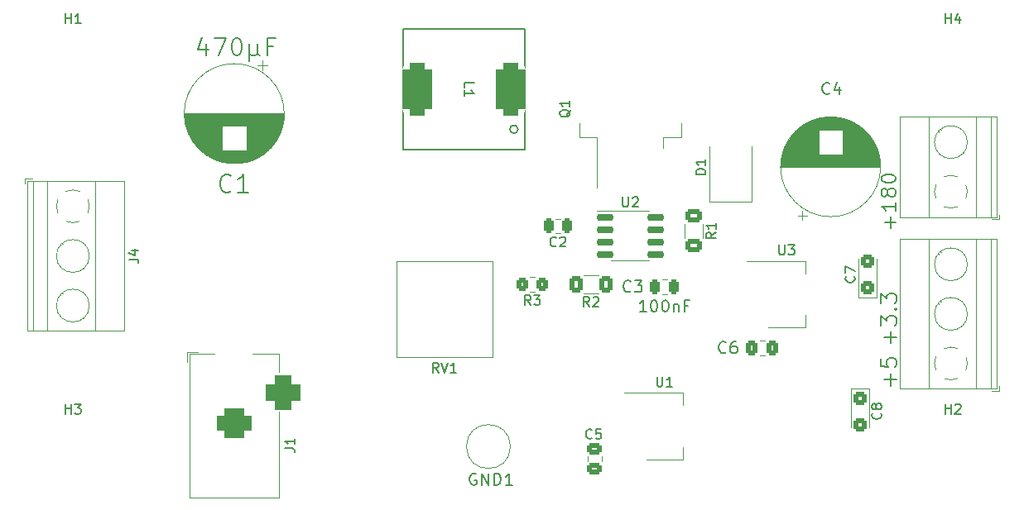
<source format=gto>
G04 #@! TF.GenerationSoftware,KiCad,Pcbnew,(6.0.10)*
G04 #@! TF.CreationDate,2023-01-08T15:34:45+00:00*
G04 #@! TF.ProjectId,NixiePowerAlternate,4e697869-6550-46f7-9765-72416c746572,rev?*
G04 #@! TF.SameCoordinates,Original*
G04 #@! TF.FileFunction,Legend,Top*
G04 #@! TF.FilePolarity,Positive*
%FSLAX46Y46*%
G04 Gerber Fmt 4.6, Leading zero omitted, Abs format (unit mm)*
G04 Created by KiCad (PCBNEW (6.0.10)) date 2023-01-08 15:34:45*
%MOMM*%
%LPD*%
G01*
G04 APERTURE LIST*
G04 Aperture macros list*
%AMRoundRect*
0 Rectangle with rounded corners*
0 $1 Rounding radius*
0 $2 $3 $4 $5 $6 $7 $8 $9 X,Y pos of 4 corners*
0 Add a 4 corners polygon primitive as box body*
4,1,4,$2,$3,$4,$5,$6,$7,$8,$9,$2,$3,0*
0 Add four circle primitives for the rounded corners*
1,1,$1+$1,$2,$3*
1,1,$1+$1,$4,$5*
1,1,$1+$1,$6,$7*
1,1,$1+$1,$8,$9*
0 Add four rect primitives between the rounded corners*
20,1,$1+$1,$2,$3,$4,$5,0*
20,1,$1+$1,$4,$5,$6,$7,0*
20,1,$1+$1,$6,$7,$8,$9,0*
20,1,$1+$1,$8,$9,$2,$3,0*%
G04 Aperture macros list end*
%ADD10C,0.180000*%
%ADD11C,0.150000*%
%ADD12C,0.200000*%
%ADD13C,0.120000*%
%ADD14C,3.200000*%
%ADD15R,1.100000X4.600000*%
%ADD16R,10.800000X9.400000*%
%ADD17RoundRect,0.250000X0.350000X0.450000X-0.350000X0.450000X-0.350000X-0.450000X0.350000X-0.450000X0*%
%ADD18RoundRect,0.250000X0.400000X0.625000X-0.400000X0.625000X-0.400000X-0.625000X0.400000X-0.625000X0*%
%ADD19RoundRect,0.250000X0.425000X-0.450000X0.425000X0.450000X-0.425000X0.450000X-0.425000X-0.450000X0*%
%ADD20R,2.300000X2.500000*%
%ADD21R,3.500000X3.500000*%
%ADD22RoundRect,0.750000X1.000000X-0.750000X1.000000X0.750000X-1.000000X0.750000X-1.000000X-0.750000X0*%
%ADD23RoundRect,0.875000X0.875000X-0.875000X0.875000X0.875000X-0.875000X0.875000X-0.875000X-0.875000X0*%
%ADD24C,1.440000*%
%ADD25RoundRect,0.250000X-0.475000X0.337500X-0.475000X-0.337500X0.475000X-0.337500X0.475000X0.337500X0*%
%ADD26RoundRect,0.250000X0.250000X0.475000X-0.250000X0.475000X-0.250000X-0.475000X0.250000X-0.475000X0*%
%ADD27C,4.000000*%
%ADD28R,2.000000X1.500000*%
%ADD29R,2.000000X3.800000*%
%ADD30RoundRect,0.150000X-0.725000X-0.150000X0.725000X-0.150000X0.725000X0.150000X-0.725000X0.150000X0*%
%ADD31RoundRect,0.250000X-0.625000X0.400000X-0.625000X-0.400000X0.625000X-0.400000X0.625000X0.400000X0*%
%ADD32RoundRect,0.250000X-0.425000X0.450000X-0.425000X-0.450000X0.425000X-0.450000X0.425000X0.450000X0*%
%ADD33R,2.600000X2.600000*%
%ADD34C,2.600000*%
%ADD35RoundRect,0.250000X-0.337500X-0.475000X0.337500X-0.475000X0.337500X0.475000X-0.337500X0.475000X0*%
%ADD36R,2.000000X2.000000*%
%ADD37C,2.000000*%
%ADD38RoundRect,0.250000X-0.250000X-0.475000X0.250000X-0.475000X0.250000X0.475000X-0.250000X0.475000X0*%
%ADD39RoundRect,0.750000X-0.750000X2.000000X-0.750000X-2.000000X0.750000X-2.000000X0.750000X2.000000X0*%
G04 APERTURE END LIST*
D10*
X188614285Y-134014285D02*
X188614285Y-132795238D01*
X189223809Y-133404761D02*
X188004761Y-133404761D01*
X187623809Y-132185714D02*
X187623809Y-131195238D01*
X188233333Y-131728571D01*
X188233333Y-131500000D01*
X188309523Y-131347619D01*
X188385714Y-131271428D01*
X188538095Y-131195238D01*
X188919047Y-131195238D01*
X189071428Y-131271428D01*
X189147619Y-131347619D01*
X189223809Y-131500000D01*
X189223809Y-131957142D01*
X189147619Y-132109523D01*
X189071428Y-132185714D01*
X189071428Y-130509523D02*
X189147619Y-130433333D01*
X189223809Y-130509523D01*
X189147619Y-130585714D01*
X189071428Y-130509523D01*
X189223809Y-130509523D01*
X187623809Y-129900000D02*
X187623809Y-128909523D01*
X188233333Y-129442857D01*
X188233333Y-129214285D01*
X188309523Y-129061904D01*
X188385714Y-128985714D01*
X188538095Y-128909523D01*
X188919047Y-128909523D01*
X189071428Y-128985714D01*
X189147619Y-129061904D01*
X189223809Y-129214285D01*
X189223809Y-129671428D01*
X189147619Y-129823809D01*
X189071428Y-129900000D01*
X188614285Y-138371428D02*
X188614285Y-137152380D01*
X189223809Y-137761904D02*
X188004761Y-137761904D01*
X187623809Y-135628571D02*
X187623809Y-136390476D01*
X188385714Y-136466666D01*
X188309523Y-136390476D01*
X188233333Y-136238095D01*
X188233333Y-135857142D01*
X188309523Y-135704761D01*
X188385714Y-135628571D01*
X188538095Y-135552380D01*
X188919047Y-135552380D01*
X189071428Y-135628571D01*
X189147619Y-135704761D01*
X189223809Y-135857142D01*
X189223809Y-136238095D01*
X189147619Y-136390476D01*
X189071428Y-136466666D01*
X188607142Y-122214285D02*
X188607142Y-121071428D01*
X189178571Y-121642857D02*
X188035714Y-121642857D01*
X189178571Y-119571428D02*
X189178571Y-120428571D01*
X189178571Y-120000000D02*
X187678571Y-120000000D01*
X187892857Y-120142857D01*
X188035714Y-120285714D01*
X188107142Y-120428571D01*
X188321428Y-118714285D02*
X188250000Y-118857142D01*
X188178571Y-118928571D01*
X188035714Y-119000000D01*
X187964285Y-119000000D01*
X187821428Y-118928571D01*
X187750000Y-118857142D01*
X187678571Y-118714285D01*
X187678571Y-118428571D01*
X187750000Y-118285714D01*
X187821428Y-118214285D01*
X187964285Y-118142857D01*
X188035714Y-118142857D01*
X188178571Y-118214285D01*
X188250000Y-118285714D01*
X188321428Y-118428571D01*
X188321428Y-118714285D01*
X188392857Y-118857142D01*
X188464285Y-118928571D01*
X188607142Y-119000000D01*
X188892857Y-119000000D01*
X189035714Y-118928571D01*
X189107142Y-118857142D01*
X189178571Y-118714285D01*
X189178571Y-118428571D01*
X189107142Y-118285714D01*
X189035714Y-118214285D01*
X188892857Y-118142857D01*
X188607142Y-118142857D01*
X188464285Y-118214285D01*
X188392857Y-118285714D01*
X188321428Y-118428571D01*
X187678571Y-117214285D02*
X187678571Y-117071428D01*
X187750000Y-116928571D01*
X187821428Y-116857142D01*
X187964285Y-116785714D01*
X188250000Y-116714285D01*
X188607142Y-116714285D01*
X188892857Y-116785714D01*
X189035714Y-116857142D01*
X189107142Y-116928571D01*
X189178571Y-117071428D01*
X189178571Y-117214285D01*
X189107142Y-117357142D01*
X189035714Y-117428571D01*
X188892857Y-117500000D01*
X188607142Y-117571428D01*
X188250000Y-117571428D01*
X187964285Y-117500000D01*
X187821428Y-117428571D01*
X187750000Y-117357142D01*
X187678571Y-117214285D01*
D11*
X194238095Y-101252380D02*
X194238095Y-100252380D01*
X194238095Y-100728571D02*
X194809523Y-100728571D01*
X194809523Y-101252380D02*
X194809523Y-100252380D01*
X195714285Y-100585714D02*
X195714285Y-101252380D01*
X195476190Y-100204761D02*
X195238095Y-100919047D01*
X195857142Y-100919047D01*
X155897619Y-110095238D02*
X155850000Y-110190476D01*
X155754761Y-110285714D01*
X155611904Y-110428571D01*
X155564285Y-110523809D01*
X155564285Y-110619047D01*
X155802380Y-110571428D02*
X155754761Y-110666666D01*
X155659523Y-110761904D01*
X155469047Y-110809523D01*
X155135714Y-110809523D01*
X154945238Y-110761904D01*
X154850000Y-110666666D01*
X154802380Y-110571428D01*
X154802380Y-110380952D01*
X154850000Y-110285714D01*
X154945238Y-110190476D01*
X155135714Y-110142857D01*
X155469047Y-110142857D01*
X155659523Y-110190476D01*
X155754761Y-110285714D01*
X155802380Y-110380952D01*
X155802380Y-110571428D01*
X155802380Y-109190476D02*
X155802380Y-109761904D01*
X155802380Y-109476190D02*
X154802380Y-109476190D01*
X154945238Y-109571428D01*
X155040476Y-109666666D01*
X155088095Y-109761904D01*
X151833333Y-130102380D02*
X151500000Y-129626190D01*
X151261904Y-130102380D02*
X151261904Y-129102380D01*
X151642857Y-129102380D01*
X151738095Y-129150000D01*
X151785714Y-129197619D01*
X151833333Y-129292857D01*
X151833333Y-129435714D01*
X151785714Y-129530952D01*
X151738095Y-129578571D01*
X151642857Y-129626190D01*
X151261904Y-129626190D01*
X152166666Y-129102380D02*
X152785714Y-129102380D01*
X152452380Y-129483333D01*
X152595238Y-129483333D01*
X152690476Y-129530952D01*
X152738095Y-129578571D01*
X152785714Y-129673809D01*
X152785714Y-129911904D01*
X152738095Y-130007142D01*
X152690476Y-130054761D01*
X152595238Y-130102380D01*
X152309523Y-130102380D01*
X152214285Y-130054761D01*
X152166666Y-130007142D01*
X157833333Y-130272380D02*
X157500000Y-129796190D01*
X157261904Y-130272380D02*
X157261904Y-129272380D01*
X157642857Y-129272380D01*
X157738095Y-129320000D01*
X157785714Y-129367619D01*
X157833333Y-129462857D01*
X157833333Y-129605714D01*
X157785714Y-129700952D01*
X157738095Y-129748571D01*
X157642857Y-129796190D01*
X157261904Y-129796190D01*
X158214285Y-129367619D02*
X158261904Y-129320000D01*
X158357142Y-129272380D01*
X158595238Y-129272380D01*
X158690476Y-129320000D01*
X158738095Y-129367619D01*
X158785714Y-129462857D01*
X158785714Y-129558095D01*
X158738095Y-129700952D01*
X158166666Y-130272380D01*
X158785714Y-130272380D01*
X184907142Y-127166666D02*
X184954761Y-127214285D01*
X185002380Y-127357142D01*
X185002380Y-127452380D01*
X184954761Y-127595238D01*
X184859523Y-127690476D01*
X184764285Y-127738095D01*
X184573809Y-127785714D01*
X184430952Y-127785714D01*
X184240476Y-127738095D01*
X184145238Y-127690476D01*
X184050000Y-127595238D01*
X184002380Y-127452380D01*
X184002380Y-127357142D01*
X184050000Y-127214285D01*
X184097619Y-127166666D01*
X184002380Y-126833333D02*
X184002380Y-126166666D01*
X185002380Y-126595238D01*
X169718830Y-116738095D02*
X168718830Y-116738095D01*
X168718830Y-116500000D01*
X168766450Y-116357142D01*
X168861688Y-116261904D01*
X168956926Y-116214285D01*
X169147402Y-116166666D01*
X169290259Y-116166666D01*
X169480735Y-116214285D01*
X169575973Y-116261904D01*
X169671211Y-116357142D01*
X169718830Y-116500000D01*
X169718830Y-116738095D01*
X169718830Y-115214285D02*
X169718830Y-115785714D01*
X169718830Y-115500000D02*
X168718830Y-115500000D01*
X168861688Y-115595238D01*
X168956926Y-115690476D01*
X169004545Y-115785714D01*
X126702380Y-144783333D02*
X127416666Y-144783333D01*
X127559523Y-144830952D01*
X127654761Y-144926190D01*
X127702380Y-145069047D01*
X127702380Y-145164285D01*
X127702380Y-143783333D02*
X127702380Y-144354761D01*
X127702380Y-144069047D02*
X126702380Y-144069047D01*
X126845238Y-144164285D01*
X126940476Y-144259523D01*
X126988095Y-144354761D01*
X142404761Y-137007380D02*
X142071428Y-136531190D01*
X141833333Y-137007380D02*
X141833333Y-136007380D01*
X142214285Y-136007380D01*
X142309523Y-136055000D01*
X142357142Y-136102619D01*
X142404761Y-136197857D01*
X142404761Y-136340714D01*
X142357142Y-136435952D01*
X142309523Y-136483571D01*
X142214285Y-136531190D01*
X141833333Y-136531190D01*
X142690476Y-136007380D02*
X143023809Y-137007380D01*
X143357142Y-136007380D01*
X144214285Y-137007380D02*
X143642857Y-137007380D01*
X143928571Y-137007380D02*
X143928571Y-136007380D01*
X143833333Y-136150238D01*
X143738095Y-136245476D01*
X143642857Y-136293095D01*
X158083333Y-143718394D02*
X158035714Y-143766013D01*
X157892857Y-143813632D01*
X157797619Y-143813632D01*
X157654761Y-143766013D01*
X157559523Y-143670775D01*
X157511904Y-143575537D01*
X157464285Y-143385061D01*
X157464285Y-143242204D01*
X157511904Y-143051728D01*
X157559523Y-142956490D01*
X157654761Y-142861252D01*
X157797619Y-142813632D01*
X157892857Y-142813632D01*
X158035714Y-142861252D01*
X158083333Y-142908871D01*
X158988095Y-142813632D02*
X158511904Y-142813632D01*
X158464285Y-143289823D01*
X158511904Y-143242204D01*
X158607142Y-143194585D01*
X158845238Y-143194585D01*
X158940476Y-143242204D01*
X158988095Y-143289823D01*
X159035714Y-143385061D01*
X159035714Y-143623156D01*
X158988095Y-143718394D01*
X158940476Y-143766013D01*
X158845238Y-143813632D01*
X158607142Y-143813632D01*
X158511904Y-143766013D01*
X158464285Y-143718394D01*
X154433333Y-124037142D02*
X154385714Y-124084761D01*
X154242857Y-124132380D01*
X154147619Y-124132380D01*
X154004761Y-124084761D01*
X153909523Y-123989523D01*
X153861904Y-123894285D01*
X153814285Y-123703809D01*
X153814285Y-123560952D01*
X153861904Y-123370476D01*
X153909523Y-123275238D01*
X154004761Y-123180000D01*
X154147619Y-123132380D01*
X154242857Y-123132380D01*
X154385714Y-123180000D01*
X154433333Y-123227619D01*
X154814285Y-123227619D02*
X154861904Y-123180000D01*
X154957142Y-123132380D01*
X155195238Y-123132380D01*
X155290476Y-123180000D01*
X155338095Y-123227619D01*
X155385714Y-123322857D01*
X155385714Y-123418095D01*
X155338095Y-123560952D01*
X154766666Y-124132380D01*
X155385714Y-124132380D01*
D12*
X146264285Y-147400000D02*
X146150000Y-147342857D01*
X145978571Y-147342857D01*
X145807142Y-147400000D01*
X145692857Y-147514285D01*
X145635714Y-147628571D01*
X145578571Y-147857142D01*
X145578571Y-148028571D01*
X145635714Y-148257142D01*
X145692857Y-148371428D01*
X145807142Y-148485714D01*
X145978571Y-148542857D01*
X146092857Y-148542857D01*
X146264285Y-148485714D01*
X146321428Y-148428571D01*
X146321428Y-148028571D01*
X146092857Y-148028571D01*
X146835714Y-148542857D02*
X146835714Y-147342857D01*
X147521428Y-148542857D01*
X147521428Y-147342857D01*
X148092857Y-148542857D02*
X148092857Y-147342857D01*
X148378571Y-147342857D01*
X148550000Y-147400000D01*
X148664285Y-147514285D01*
X148721428Y-147628571D01*
X148778571Y-147857142D01*
X148778571Y-148028571D01*
X148721428Y-148257142D01*
X148664285Y-148371428D01*
X148550000Y-148485714D01*
X148378571Y-148542857D01*
X148092857Y-148542857D01*
X149921428Y-148542857D02*
X149235714Y-148542857D01*
X149578571Y-148542857D02*
X149578571Y-147342857D01*
X149464285Y-147514285D01*
X149350000Y-147628571D01*
X149235714Y-147685714D01*
D11*
X177238095Y-123952380D02*
X177238095Y-124761904D01*
X177285714Y-124857142D01*
X177333333Y-124904761D01*
X177428571Y-124952380D01*
X177619047Y-124952380D01*
X177714285Y-124904761D01*
X177761904Y-124857142D01*
X177809523Y-124761904D01*
X177809523Y-123952380D01*
X178190476Y-123952380D02*
X178809523Y-123952380D01*
X178476190Y-124333333D01*
X178619047Y-124333333D01*
X178714285Y-124380952D01*
X178761904Y-124428571D01*
X178809523Y-124523809D01*
X178809523Y-124761904D01*
X178761904Y-124857142D01*
X178714285Y-124904761D01*
X178619047Y-124952380D01*
X178333333Y-124952380D01*
X178238095Y-124904761D01*
X178190476Y-124857142D01*
X161238095Y-119052380D02*
X161238095Y-119861904D01*
X161285714Y-119957142D01*
X161333333Y-120004761D01*
X161428571Y-120052380D01*
X161619047Y-120052380D01*
X161714285Y-120004761D01*
X161761904Y-119957142D01*
X161809523Y-119861904D01*
X161809523Y-119052380D01*
X162238095Y-119147619D02*
X162285714Y-119100000D01*
X162380952Y-119052380D01*
X162619047Y-119052380D01*
X162714285Y-119100000D01*
X162761904Y-119147619D01*
X162809523Y-119242857D01*
X162809523Y-119338095D01*
X162761904Y-119480952D01*
X162190476Y-120052380D01*
X162809523Y-120052380D01*
X170772380Y-122666666D02*
X170296190Y-123000000D01*
X170772380Y-123238095D02*
X169772380Y-123238095D01*
X169772380Y-122857142D01*
X169820000Y-122761904D01*
X169867619Y-122714285D01*
X169962857Y-122666666D01*
X170105714Y-122666666D01*
X170200952Y-122714285D01*
X170248571Y-122761904D01*
X170296190Y-122857142D01*
X170296190Y-123238095D01*
X170772380Y-121714285D02*
X170772380Y-122285714D01*
X170772380Y-122000000D02*
X169772380Y-122000000D01*
X169915238Y-122095238D01*
X170010476Y-122190476D01*
X170058095Y-122285714D01*
X187607142Y-141166666D02*
X187654761Y-141214285D01*
X187702380Y-141357142D01*
X187702380Y-141452380D01*
X187654761Y-141595238D01*
X187559523Y-141690476D01*
X187464285Y-141738095D01*
X187273809Y-141785714D01*
X187130952Y-141785714D01*
X186940476Y-141738095D01*
X186845238Y-141690476D01*
X186750000Y-141595238D01*
X186702380Y-141452380D01*
X186702380Y-141357142D01*
X186750000Y-141214285D01*
X186797619Y-141166666D01*
X187130952Y-140595238D02*
X187083333Y-140690476D01*
X187035714Y-140738095D01*
X186940476Y-140785714D01*
X186892857Y-140785714D01*
X186797619Y-140738095D01*
X186750000Y-140690476D01*
X186702380Y-140595238D01*
X186702380Y-140404761D01*
X186750000Y-140309523D01*
X186797619Y-140261904D01*
X186892857Y-140214285D01*
X186940476Y-140214285D01*
X187035714Y-140261904D01*
X187083333Y-140309523D01*
X187130952Y-140404761D01*
X187130952Y-140595238D01*
X187178571Y-140690476D01*
X187226190Y-140738095D01*
X187321428Y-140785714D01*
X187511904Y-140785714D01*
X187607142Y-140738095D01*
X187654761Y-140690476D01*
X187702380Y-140595238D01*
X187702380Y-140404761D01*
X187654761Y-140309523D01*
X187607142Y-140261904D01*
X187511904Y-140214285D01*
X187321428Y-140214285D01*
X187226190Y-140261904D01*
X187178571Y-140309523D01*
X187130952Y-140404761D01*
X110712380Y-125413333D02*
X111426666Y-125413333D01*
X111569523Y-125460952D01*
X111664761Y-125556190D01*
X111712380Y-125699047D01*
X111712380Y-125794285D01*
X111045714Y-124508571D02*
X111712380Y-124508571D01*
X110664761Y-124746666D02*
X111379047Y-124984761D01*
X111379047Y-124365714D01*
D12*
X171800000Y-134928571D02*
X171742857Y-134985714D01*
X171571428Y-135042857D01*
X171457142Y-135042857D01*
X171285714Y-134985714D01*
X171171428Y-134871428D01*
X171114285Y-134757142D01*
X171057142Y-134528571D01*
X171057142Y-134357142D01*
X171114285Y-134128571D01*
X171171428Y-134014285D01*
X171285714Y-133900000D01*
X171457142Y-133842857D01*
X171571428Y-133842857D01*
X171742857Y-133900000D01*
X171800000Y-133957142D01*
X172828571Y-133842857D02*
X172600000Y-133842857D01*
X172485714Y-133900000D01*
X172428571Y-133957142D01*
X172314285Y-134128571D01*
X172257142Y-134357142D01*
X172257142Y-134814285D01*
X172314285Y-134928571D01*
X172371428Y-134985714D01*
X172485714Y-135042857D01*
X172714285Y-135042857D01*
X172828571Y-134985714D01*
X172885714Y-134928571D01*
X172942857Y-134814285D01*
X172942857Y-134528571D01*
X172885714Y-134414285D01*
X172828571Y-134357142D01*
X172714285Y-134300000D01*
X172485714Y-134300000D01*
X172371428Y-134357142D01*
X172314285Y-134414285D01*
X172257142Y-134528571D01*
X121200000Y-118392857D02*
X121114285Y-118478571D01*
X120857142Y-118564285D01*
X120685714Y-118564285D01*
X120428571Y-118478571D01*
X120257142Y-118307142D01*
X120171428Y-118135714D01*
X120085714Y-117792857D01*
X120085714Y-117535714D01*
X120171428Y-117192857D01*
X120257142Y-117021428D01*
X120428571Y-116850000D01*
X120685714Y-116764285D01*
X120857142Y-116764285D01*
X121114285Y-116850000D01*
X121200000Y-116935714D01*
X122914285Y-118564285D02*
X121885714Y-118564285D01*
X122400000Y-118564285D02*
X122400000Y-116764285D01*
X122228571Y-117021428D01*
X122057142Y-117192857D01*
X121885714Y-117278571D01*
X118664285Y-103364285D02*
X118664285Y-104564285D01*
X118235714Y-102678571D02*
X117807142Y-103964285D01*
X118921428Y-103964285D01*
X119435714Y-102764285D02*
X120635714Y-102764285D01*
X119864285Y-104564285D01*
X121664285Y-102764285D02*
X121835714Y-102764285D01*
X122007142Y-102850000D01*
X122092857Y-102935714D01*
X122178571Y-103107142D01*
X122264285Y-103450000D01*
X122264285Y-103878571D01*
X122178571Y-104221428D01*
X122092857Y-104392857D01*
X122007142Y-104478571D01*
X121835714Y-104564285D01*
X121664285Y-104564285D01*
X121492857Y-104478571D01*
X121407142Y-104392857D01*
X121321428Y-104221428D01*
X121235714Y-103878571D01*
X121235714Y-103450000D01*
X121321428Y-103107142D01*
X121407142Y-102935714D01*
X121492857Y-102850000D01*
X121664285Y-102764285D01*
X123035714Y-103364285D02*
X123035714Y-105164285D01*
X123892857Y-104307142D02*
X123978571Y-104478571D01*
X124150000Y-104564285D01*
X123035714Y-104307142D02*
X123121428Y-104478571D01*
X123292857Y-104564285D01*
X123635714Y-104564285D01*
X123807142Y-104478571D01*
X123892857Y-104307142D01*
X123892857Y-103364285D01*
X125521428Y-103621428D02*
X124921428Y-103621428D01*
X124921428Y-104564285D02*
X124921428Y-102764285D01*
X125778571Y-102764285D01*
D11*
X194238095Y-141252380D02*
X194238095Y-140252380D01*
X194238095Y-140728571D02*
X194809523Y-140728571D01*
X194809523Y-141252380D02*
X194809523Y-140252380D01*
X195238095Y-140347619D02*
X195285714Y-140300000D01*
X195380952Y-140252380D01*
X195619047Y-140252380D01*
X195714285Y-140300000D01*
X195761904Y-140347619D01*
X195809523Y-140442857D01*
X195809523Y-140538095D01*
X195761904Y-140680952D01*
X195190476Y-141252380D01*
X195809523Y-141252380D01*
X164738095Y-137452380D02*
X164738095Y-138261904D01*
X164785714Y-138357142D01*
X164833333Y-138404761D01*
X164928571Y-138452380D01*
X165119047Y-138452380D01*
X165214285Y-138404761D01*
X165261904Y-138357142D01*
X165309523Y-138261904D01*
X165309523Y-137452380D01*
X166309523Y-138452380D02*
X165738095Y-138452380D01*
X166023809Y-138452380D02*
X166023809Y-137452380D01*
X165928571Y-137595238D01*
X165833333Y-137690476D01*
X165738095Y-137738095D01*
D12*
X162050000Y-128678571D02*
X161992857Y-128735714D01*
X161821428Y-128792857D01*
X161707142Y-128792857D01*
X161535714Y-128735714D01*
X161421428Y-128621428D01*
X161364285Y-128507142D01*
X161307142Y-128278571D01*
X161307142Y-128107142D01*
X161364285Y-127878571D01*
X161421428Y-127764285D01*
X161535714Y-127650000D01*
X161707142Y-127592857D01*
X161821428Y-127592857D01*
X161992857Y-127650000D01*
X162050000Y-127707142D01*
X162450000Y-127592857D02*
X163192857Y-127592857D01*
X162792857Y-128050000D01*
X162964285Y-128050000D01*
X163078571Y-128107142D01*
X163135714Y-128164285D01*
X163192857Y-128278571D01*
X163192857Y-128564285D01*
X163135714Y-128678571D01*
X163078571Y-128735714D01*
X162964285Y-128792857D01*
X162621428Y-128792857D01*
X162507142Y-128735714D01*
X162450000Y-128678571D01*
D10*
X163642857Y-130792857D02*
X162957142Y-130792857D01*
X163300000Y-130792857D02*
X163300000Y-129592857D01*
X163185714Y-129764285D01*
X163071428Y-129878571D01*
X162957142Y-129935714D01*
X164385714Y-129592857D02*
X164500000Y-129592857D01*
X164614285Y-129650000D01*
X164671428Y-129707142D01*
X164728571Y-129821428D01*
X164785714Y-130050000D01*
X164785714Y-130335714D01*
X164728571Y-130564285D01*
X164671428Y-130678571D01*
X164614285Y-130735714D01*
X164500000Y-130792857D01*
X164385714Y-130792857D01*
X164271428Y-130735714D01*
X164214285Y-130678571D01*
X164157142Y-130564285D01*
X164100000Y-130335714D01*
X164100000Y-130050000D01*
X164157142Y-129821428D01*
X164214285Y-129707142D01*
X164271428Y-129650000D01*
X164385714Y-129592857D01*
X165528571Y-129592857D02*
X165642857Y-129592857D01*
X165757142Y-129650000D01*
X165814285Y-129707142D01*
X165871428Y-129821428D01*
X165928571Y-130050000D01*
X165928571Y-130335714D01*
X165871428Y-130564285D01*
X165814285Y-130678571D01*
X165757142Y-130735714D01*
X165642857Y-130792857D01*
X165528571Y-130792857D01*
X165414285Y-130735714D01*
X165357142Y-130678571D01*
X165300000Y-130564285D01*
X165242857Y-130335714D01*
X165242857Y-130050000D01*
X165300000Y-129821428D01*
X165357142Y-129707142D01*
X165414285Y-129650000D01*
X165528571Y-129592857D01*
X166442857Y-129992857D02*
X166442857Y-130792857D01*
X166442857Y-130107142D02*
X166500000Y-130050000D01*
X166614285Y-129992857D01*
X166785714Y-129992857D01*
X166900000Y-130050000D01*
X166957142Y-130164285D01*
X166957142Y-130792857D01*
X167928571Y-130164285D02*
X167528571Y-130164285D01*
X167528571Y-130792857D02*
X167528571Y-129592857D01*
X168100000Y-129592857D01*
D11*
X104238095Y-101252380D02*
X104238095Y-100252380D01*
X104238095Y-100728571D02*
X104809523Y-100728571D01*
X104809523Y-101252380D02*
X104809523Y-100252380D01*
X105809523Y-101252380D02*
X105238095Y-101252380D01*
X105523809Y-101252380D02*
X105523809Y-100252380D01*
X105428571Y-100395238D01*
X105333333Y-100490476D01*
X105238095Y-100538095D01*
X145047619Y-107833333D02*
X145047619Y-107357142D01*
X146047619Y-107357142D01*
X145047619Y-108690476D02*
X145047619Y-108119047D01*
X145047619Y-108404761D02*
X146047619Y-108404761D01*
X145904761Y-108309523D01*
X145809523Y-108214285D01*
X145761904Y-108119047D01*
D12*
X182400000Y-108402701D02*
X182342857Y-108459844D01*
X182171428Y-108516987D01*
X182057142Y-108516987D01*
X181885714Y-108459844D01*
X181771428Y-108345558D01*
X181714285Y-108231272D01*
X181657142Y-108002701D01*
X181657142Y-107831272D01*
X181714285Y-107602701D01*
X181771428Y-107488415D01*
X181885714Y-107374130D01*
X182057142Y-107316987D01*
X182171428Y-107316987D01*
X182342857Y-107374130D01*
X182400000Y-107431272D01*
X183428571Y-107716987D02*
X183428571Y-108516987D01*
X183142857Y-107259844D02*
X182857142Y-108116987D01*
X183600000Y-108116987D01*
D11*
X104238095Y-141252380D02*
X104238095Y-140252380D01*
X104238095Y-140728571D02*
X104809523Y-140728571D01*
X104809523Y-141252380D02*
X104809523Y-140252380D01*
X105190476Y-140252380D02*
X105809523Y-140252380D01*
X105476190Y-140633333D01*
X105619047Y-140633333D01*
X105714285Y-140680952D01*
X105761904Y-140728571D01*
X105809523Y-140823809D01*
X105809523Y-141061904D01*
X105761904Y-141157142D01*
X105714285Y-141204761D01*
X105619047Y-141252380D01*
X105333333Y-141252380D01*
X105238095Y-141204761D01*
X105190476Y-141157142D01*
D13*
X167200000Y-112950000D02*
X165390000Y-112950000D01*
X158610000Y-112950000D02*
X158610000Y-118075000D01*
X165390000Y-112950000D02*
X165390000Y-114050000D01*
X156800000Y-111450000D02*
X156800000Y-112950000D01*
X156800000Y-112950000D02*
X158610000Y-112950000D01*
X167200000Y-111450000D02*
X167200000Y-112950000D01*
X152227064Y-128735000D02*
X151772936Y-128735000D01*
X152227064Y-127265000D02*
X151772936Y-127265000D01*
X158727064Y-127090000D02*
X157272936Y-127090000D01*
X158727064Y-128910000D02*
X157272936Y-128910000D01*
X185365000Y-125400000D02*
X185365000Y-129310000D01*
X185365000Y-129310000D02*
X187235000Y-129310000D01*
X187235000Y-129310000D02*
X187235000Y-125400000D01*
X170116450Y-119550000D02*
X174416450Y-119550000D01*
X174416450Y-119550000D02*
X174416450Y-113850000D01*
X170116450Y-119550000D02*
X170116450Y-113850000D01*
X126100000Y-149800000D02*
X116900000Y-149800000D01*
X117750000Y-134900000D02*
X116700000Y-134900000D01*
X116900000Y-149800000D02*
X116900000Y-135100000D01*
X116700000Y-135950000D02*
X116700000Y-134900000D01*
X126100000Y-135100000D02*
X126100000Y-137000000D01*
X126100000Y-141000000D02*
X126100000Y-149800000D01*
X116900000Y-135100000D02*
X119500000Y-135100000D01*
X123400000Y-135100000D02*
X126100000Y-135100000D01*
X147885000Y-135425000D02*
X147885000Y-125655000D01*
X138115000Y-135425000D02*
X138115000Y-125655000D01*
X147885000Y-135425000D02*
X138115000Y-135425000D01*
X147885000Y-125655000D02*
X138115000Y-125655000D01*
X157640000Y-145600000D02*
X157640000Y-146122504D01*
X159110000Y-145600000D02*
X159110000Y-146122504D01*
X154861252Y-122735000D02*
X154338748Y-122735000D01*
X154861252Y-121265000D02*
X154338748Y-121265000D01*
X149750000Y-144600000D02*
G75*
G03*
X149750000Y-144600000I-2250000J0D01*
G01*
X179910000Y-132410000D02*
X179910000Y-131150000D01*
X176150000Y-132410000D02*
X179910000Y-132410000D01*
X173900000Y-125590000D02*
X179910000Y-125590000D01*
X179910000Y-125590000D02*
X179910000Y-126850000D01*
X162000000Y-125560000D02*
X160050000Y-125560000D01*
X162000000Y-125560000D02*
X163950000Y-125560000D01*
X162000000Y-120440000D02*
X163950000Y-120440000D01*
X162000000Y-120440000D02*
X158550000Y-120440000D01*
X167590000Y-121772936D02*
X167590000Y-123227064D01*
X169410000Y-121772936D02*
X169410000Y-123227064D01*
X186435000Y-142600000D02*
X186435000Y-138690000D01*
X186435000Y-138690000D02*
X184565000Y-138690000D01*
X184565000Y-138690000D02*
X184565000Y-142600000D01*
X110261000Y-132760000D02*
X100340000Y-132760000D01*
X100100000Y-117160000D02*
X100100000Y-117660000D01*
X103977000Y-128933000D02*
X103931000Y-128886000D01*
X106275000Y-126150000D02*
X106239000Y-126115000D01*
X106069000Y-126355000D02*
X106023000Y-126308000D01*
X100840000Y-117160000D02*
X100100000Y-117160000D01*
X100340000Y-117400000D02*
X100340000Y-132760000D01*
X103761000Y-124046000D02*
X103726000Y-124011000D01*
X102400000Y-117400000D02*
X102400000Y-132760000D01*
X103977000Y-123853000D02*
X103931000Y-123806000D01*
X106275000Y-131230000D02*
X106239000Y-131195000D01*
X106069000Y-131435000D02*
X106023000Y-131388000D01*
X100900000Y-117400000D02*
X100900000Y-132760000D01*
X110261000Y-117400000D02*
X110261000Y-132760000D01*
X110261000Y-117400000D02*
X100340000Y-117400000D01*
X107301000Y-117400000D02*
X107301000Y-132760000D01*
X103761000Y-129126000D02*
X103726000Y-129091000D01*
X105684000Y-118465000D02*
G75*
G03*
X104316958Y-118464573I-684001J-1534993D01*
G01*
X106535000Y-120684000D02*
G75*
G03*
X106535427Y-119316958I-1534993J684001D01*
G01*
X103320000Y-120000000D02*
G75*
G03*
X103465244Y-120683318I1680000J0D01*
G01*
X104316000Y-121535001D02*
G75*
G03*
X105683042Y-121535427I684000J1535001D01*
G01*
X103465000Y-119316000D02*
G75*
G03*
X103319747Y-120028805I1535001J-683999D01*
G01*
X106680000Y-125080000D02*
G75*
G03*
X106680000Y-125080000I-1680000J0D01*
G01*
X106680000Y-130160000D02*
G75*
G03*
X106680000Y-130160000I-1680000J0D01*
G01*
X175238748Y-133765000D02*
X175761252Y-133765000D01*
X175238748Y-135235000D02*
X175761252Y-135235000D01*
X199705000Y-121340000D02*
X199705000Y-120840000D01*
X199465000Y-121100000D02*
X199465000Y-110820000D01*
X197405000Y-121100000D02*
X197405000Y-110820000D01*
X189544000Y-121100000D02*
X189544000Y-110820000D01*
X198905000Y-121100000D02*
X198905000Y-110820000D01*
X195828000Y-114647000D02*
X195874000Y-114694000D01*
X192504000Y-121100000D02*
X192504000Y-110820000D01*
X196044000Y-114454000D02*
X196079000Y-114489000D01*
X193736000Y-112145000D02*
X193782000Y-112192000D01*
X189544000Y-110820000D02*
X199465000Y-110820000D01*
X193530000Y-112350000D02*
X193566000Y-112385000D01*
X198965000Y-121340000D02*
X199705000Y-121340000D01*
X189544000Y-121100000D02*
X199465000Y-121100000D01*
X193270000Y-117816000D02*
G75*
G03*
X193269573Y-119183042I1534993J-684001D01*
G01*
X196340000Y-119184000D02*
G75*
G03*
X196485253Y-118471195I-1535001J683999D01*
G01*
X194121000Y-120035000D02*
G75*
G03*
X195488042Y-120035427I684001J1534993D01*
G01*
X196485000Y-118500000D02*
G75*
G03*
X196339756Y-117816682I-1680000J0D01*
G01*
X195489000Y-116964999D02*
G75*
G03*
X194121958Y-116964573I-684000J-1535001D01*
G01*
X196485000Y-113420000D02*
G75*
G03*
X196485000Y-113420000I-1680000J0D01*
G01*
X120259000Y-113541000D02*
X117420000Y-113541000D01*
X125962000Y-112941000D02*
X122741000Y-112941000D01*
X120259000Y-113181000D02*
X117177000Y-113181000D01*
X126190000Y-112461000D02*
X122741000Y-112461000D01*
X126045000Y-112781000D02*
X122741000Y-112781000D01*
X126558000Y-110980000D02*
X116442000Y-110980000D01*
X125666000Y-113421000D02*
X122741000Y-113421000D01*
X125140000Y-114061000D02*
X122741000Y-114061000D01*
X126238000Y-112341000D02*
X122741000Y-112341000D01*
X126578000Y-110660000D02*
X116422000Y-110660000D01*
X126577000Y-110700000D02*
X116423000Y-110700000D01*
X125747000Y-113301000D02*
X122741000Y-113301000D01*
X122730000Y-115461000D02*
X120270000Y-115461000D01*
X126504000Y-111381000D02*
X116496000Y-111381000D01*
X125721000Y-113341000D02*
X122741000Y-113341000D01*
X120259000Y-112581000D02*
X116861000Y-112581000D01*
X125179000Y-114021000D02*
X122741000Y-114021000D01*
X126570000Y-110820000D02*
X116430000Y-110820000D01*
X120259000Y-112821000D02*
X116975000Y-112821000D01*
X120259000Y-113501000D02*
X117390000Y-113501000D01*
X120259000Y-112901000D02*
X117017000Y-112901000D01*
X120259000Y-111941000D02*
X116626000Y-111941000D01*
X126157000Y-112541000D02*
X122741000Y-112541000D01*
X124754000Y-114421000D02*
X118246000Y-114421000D01*
X120259000Y-113661000D02*
X117511000Y-113661000D01*
X120259000Y-113941000D02*
X117747000Y-113941000D01*
X120259000Y-113141000D02*
X117153000Y-113141000D01*
X125940000Y-112981000D02*
X122741000Y-112981000D01*
X124847000Y-114341000D02*
X118153000Y-114341000D01*
X126550000Y-111060000D02*
X116450000Y-111060000D01*
X126268000Y-112261000D02*
X122741000Y-112261000D01*
X122878000Y-115421000D02*
X120122000Y-115421000D01*
X125425000Y-113741000D02*
X122741000Y-113741000D01*
X125550000Y-113581000D02*
X122741000Y-113581000D01*
X120259000Y-113981000D02*
X117784000Y-113981000D01*
X120259000Y-113461000D02*
X117362000Y-113461000D01*
X125489000Y-113661000D02*
X122741000Y-113661000D01*
X126530000Y-111221000D02*
X116470000Y-111221000D01*
X120259000Y-112221000D02*
X116717000Y-112221000D01*
X124801000Y-114381000D02*
X118199000Y-114381000D01*
X126311000Y-112141000D02*
X122741000Y-112141000D01*
X126350000Y-112021000D02*
X122741000Y-112021000D01*
X126004000Y-112861000D02*
X122741000Y-112861000D01*
X125983000Y-112901000D02*
X122741000Y-112901000D01*
X126064000Y-112741000D02*
X122741000Y-112741000D01*
X123709000Y-115101000D02*
X119291000Y-115101000D01*
X122099000Y-115581000D02*
X120901000Y-115581000D01*
X125847000Y-113141000D02*
X122741000Y-113141000D01*
X120259000Y-112141000D02*
X116689000Y-112141000D01*
X120259000Y-112621000D02*
X116879000Y-112621000D01*
X124270000Y-114781000D02*
X118730000Y-114781000D01*
X124875000Y-105520354D02*
X123875000Y-105520354D01*
X120259000Y-112341000D02*
X116762000Y-112341000D01*
X126573000Y-110780000D02*
X116427000Y-110780000D01*
X126025000Y-112821000D02*
X122741000Y-112821000D01*
X120259000Y-113101000D02*
X117129000Y-113101000D01*
X124330000Y-114741000D02*
X118670000Y-114741000D01*
X126465000Y-111581000D02*
X116535000Y-111581000D01*
X126297000Y-112181000D02*
X122741000Y-112181000D01*
X120259000Y-114181000D02*
X117980000Y-114181000D01*
X126407000Y-111821000D02*
X122741000Y-111821000D01*
X120259000Y-114061000D02*
X117860000Y-114061000D01*
X126482000Y-111501000D02*
X116518000Y-111501000D01*
X123444000Y-115221000D02*
X119556000Y-115221000D01*
X126337000Y-112061000D02*
X122741000Y-112061000D01*
X126575000Y-110740000D02*
X116425000Y-110740000D01*
X126456000Y-111621000D02*
X116544000Y-111621000D01*
X120259000Y-113781000D02*
X117608000Y-113781000D01*
X120259000Y-112861000D02*
X116996000Y-112861000D01*
X124554000Y-114581000D02*
X118446000Y-114581000D01*
X120259000Y-113261000D02*
X117227000Y-113261000D01*
X125520000Y-113621000D02*
X122741000Y-113621000D01*
X126121000Y-112621000D02*
X122741000Y-112621000D01*
X120259000Y-112981000D02*
X117060000Y-112981000D01*
X126362000Y-111981000D02*
X122741000Y-111981000D01*
X123537000Y-115181000D02*
X119463000Y-115181000D01*
X125823000Y-113181000D02*
X122741000Y-113181000D01*
X120259000Y-112781000D02*
X116955000Y-112781000D01*
X120259000Y-111981000D02*
X116638000Y-111981000D01*
X126374000Y-111941000D02*
X122741000Y-111941000D01*
X120259000Y-111781000D02*
X116582000Y-111781000D01*
X126518000Y-111301000D02*
X116482000Y-111301000D01*
X124606000Y-114541000D02*
X118394000Y-114541000D01*
X120259000Y-114141000D02*
X117939000Y-114141000D01*
X120259000Y-113701000D02*
X117543000Y-113701000D01*
X125020000Y-114181000D02*
X122741000Y-114181000D01*
X120259000Y-113381000D02*
X117306000Y-113381000D01*
X126580000Y-110540000D02*
X116420000Y-110540000D01*
X124892000Y-114301000D02*
X118108000Y-114301000D01*
X120259000Y-113741000D02*
X117575000Y-113741000D01*
X126324000Y-112101000D02*
X122741000Y-112101000D01*
X126438000Y-111701000D02*
X116562000Y-111701000D01*
X125061000Y-114141000D02*
X122741000Y-114141000D01*
X126524000Y-111261000D02*
X116476000Y-111261000D01*
X120259000Y-113221000D02*
X117202000Y-113221000D01*
X126562000Y-110940000D02*
X116438000Y-110940000D01*
X125324000Y-113861000D02*
X122741000Y-113861000D01*
X123010000Y-115381000D02*
X119990000Y-115381000D01*
X120259000Y-112061000D02*
X116663000Y-112061000D01*
X126385000Y-111901000D02*
X122741000Y-111901000D01*
X120259000Y-112941000D02*
X117038000Y-112941000D01*
X124010000Y-114941000D02*
X118990000Y-114941000D01*
X120259000Y-112261000D02*
X116732000Y-112261000D01*
X126540000Y-111140000D02*
X116460000Y-111140000D01*
X123625000Y-115141000D02*
X119375000Y-115141000D01*
X122362000Y-115541000D02*
X120638000Y-115541000D01*
X123865000Y-115021000D02*
X119135000Y-115021000D01*
X120259000Y-112021000D02*
X116650000Y-112021000D01*
X124145000Y-114861000D02*
X118855000Y-114861000D01*
X124936000Y-114261000D02*
X118064000Y-114261000D01*
X120259000Y-112541000D02*
X116843000Y-112541000D01*
X123242000Y-115301000D02*
X119758000Y-115301000D01*
X126579000Y-110620000D02*
X116421000Y-110620000D01*
X123939000Y-114981000D02*
X119061000Y-114981000D01*
X120259000Y-113861000D02*
X117676000Y-113861000D01*
X125694000Y-113381000D02*
X122741000Y-113381000D01*
X124706000Y-114461000D02*
X118294000Y-114461000D01*
X124375000Y-105020354D02*
X124375000Y-106020354D01*
X126535000Y-111180000D02*
X116465000Y-111180000D01*
X125798000Y-113221000D02*
X122741000Y-113221000D01*
X120259000Y-112301000D02*
X116746000Y-112301000D01*
X124389000Y-114701000D02*
X118611000Y-114701000D01*
X120259000Y-113821000D02*
X117642000Y-113821000D01*
X125871000Y-113101000D02*
X122741000Y-113101000D01*
X120259000Y-114101000D02*
X117899000Y-114101000D01*
X125895000Y-113061000D02*
X122741000Y-113061000D01*
X120259000Y-113341000D02*
X117279000Y-113341000D01*
X123346000Y-115261000D02*
X119654000Y-115261000D01*
X126254000Y-112301000D02*
X122741000Y-112301000D01*
X126568000Y-110860000D02*
X116432000Y-110860000D01*
X126447000Y-111661000D02*
X116553000Y-111661000D01*
X120259000Y-112741000D02*
X116936000Y-112741000D01*
X124209000Y-114821000D02*
X118791000Y-114821000D01*
X120259000Y-113901000D02*
X117711000Y-113901000D01*
X124978000Y-114221000D02*
X122741000Y-114221000D01*
X126103000Y-112661000D02*
X122741000Y-112661000D01*
X126139000Y-112581000D02*
X122741000Y-112581000D01*
X120259000Y-113061000D02*
X117105000Y-113061000D01*
X123130000Y-115341000D02*
X119870000Y-115341000D01*
X120259000Y-114021000D02*
X117821000Y-114021000D01*
X120259000Y-112421000D02*
X116793000Y-112421000D01*
X124079000Y-114901000D02*
X118921000Y-114901000D01*
X126174000Y-112501000D02*
X122741000Y-112501000D01*
X120259000Y-113301000D02*
X117253000Y-113301000D01*
X120259000Y-113621000D02*
X117480000Y-113621000D01*
X123789000Y-115061000D02*
X119211000Y-115061000D01*
X126418000Y-111781000D02*
X122741000Y-111781000D01*
X126497000Y-111421000D02*
X116503000Y-111421000D01*
X125392000Y-113781000D02*
X122741000Y-113781000D01*
X120259000Y-112661000D02*
X116897000Y-112661000D01*
X126511000Y-111341000D02*
X116489000Y-111341000D01*
X125358000Y-113821000D02*
X122741000Y-113821000D01*
X120259000Y-112501000D02*
X116826000Y-112501000D01*
X125101000Y-114101000D02*
X122741000Y-114101000D01*
X120259000Y-112701000D02*
X116916000Y-112701000D01*
X120259000Y-113581000D02*
X117450000Y-113581000D01*
X120259000Y-111821000D02*
X116593000Y-111821000D01*
X124656000Y-114501000D02*
X118344000Y-114501000D01*
X125638000Y-113461000D02*
X122741000Y-113461000D01*
X126397000Y-111861000D02*
X122741000Y-111861000D01*
X126084000Y-112701000D02*
X122741000Y-112701000D01*
X126554000Y-111020000D02*
X116446000Y-111020000D01*
X120259000Y-112101000D02*
X116676000Y-112101000D01*
X126490000Y-111461000D02*
X116510000Y-111461000D01*
X125253000Y-113941000D02*
X122741000Y-113941000D01*
X126565000Y-110900000D02*
X116435000Y-110900000D01*
X120259000Y-112461000D02*
X116810000Y-112461000D01*
X125917000Y-113021000D02*
X122741000Y-113021000D01*
X125773000Y-113261000D02*
X122741000Y-113261000D01*
X120259000Y-113421000D02*
X117334000Y-113421000D01*
X125216000Y-113981000D02*
X122741000Y-113981000D01*
X124445000Y-114661000D02*
X118555000Y-114661000D01*
X126428000Y-111741000D02*
X116572000Y-111741000D01*
X120259000Y-114221000D02*
X118022000Y-114221000D01*
X120259000Y-111901000D02*
X116615000Y-111901000D01*
X126580000Y-110500000D02*
X116420000Y-110500000D01*
X126580000Y-110580000D02*
X116420000Y-110580000D01*
X126223000Y-112381000D02*
X122741000Y-112381000D01*
X126474000Y-111541000D02*
X116526000Y-111541000D01*
X125289000Y-113901000D02*
X122741000Y-113901000D01*
X126545000Y-111100000D02*
X116455000Y-111100000D01*
X120259000Y-111861000D02*
X116603000Y-111861000D01*
X122562000Y-115501000D02*
X120438000Y-115501000D01*
X125610000Y-113501000D02*
X122741000Y-113501000D01*
X126207000Y-112421000D02*
X122741000Y-112421000D01*
X120259000Y-113021000D02*
X117083000Y-113021000D01*
X126283000Y-112221000D02*
X122741000Y-112221000D01*
X125580000Y-113541000D02*
X122741000Y-113541000D01*
X125457000Y-113701000D02*
X122741000Y-113701000D01*
X120259000Y-112181000D02*
X116703000Y-112181000D01*
X124500000Y-114621000D02*
X118500000Y-114621000D01*
X120259000Y-112381000D02*
X116777000Y-112381000D01*
X126620000Y-110500000D02*
G75*
G03*
X126620000Y-110500000I-5120000J0D01*
G01*
X167410000Y-139090000D02*
X167410000Y-140350000D01*
X167410000Y-145910000D02*
X167410000Y-144650000D01*
X161400000Y-139090000D02*
X167410000Y-139090000D01*
X163650000Y-145910000D02*
X167410000Y-145910000D01*
X165238748Y-128985000D02*
X165761252Y-128985000D01*
X165238748Y-127515000D02*
X165761252Y-127515000D01*
X199465000Y-138696000D02*
X199465000Y-123336000D01*
X193736000Y-124661000D02*
X193782000Y-124708000D01*
X195828000Y-132243000D02*
X195874000Y-132290000D01*
X197405000Y-138696000D02*
X197405000Y-123336000D01*
X196044000Y-132050000D02*
X196079000Y-132085000D01*
X189544000Y-123336000D02*
X199465000Y-123336000D01*
X189544000Y-138696000D02*
X189544000Y-123336000D01*
X199705000Y-138936000D02*
X199705000Y-138436000D01*
X193530000Y-124866000D02*
X193566000Y-124901000D01*
X193530000Y-129946000D02*
X193566000Y-129981000D01*
X196044000Y-126970000D02*
X196079000Y-127005000D01*
X192504000Y-138696000D02*
X192504000Y-123336000D01*
X195828000Y-127163000D02*
X195874000Y-127210000D01*
X193736000Y-129741000D02*
X193782000Y-129788000D01*
X198905000Y-138696000D02*
X198905000Y-123336000D01*
X198965000Y-138936000D02*
X199705000Y-138936000D01*
X189544000Y-138696000D02*
X199465000Y-138696000D01*
X193270000Y-135412000D02*
G75*
G03*
X193269573Y-136779042I1534993J-684001D01*
G01*
X196485000Y-136096000D02*
G75*
G03*
X196339756Y-135412682I-1680000J0D01*
G01*
X194121000Y-137631000D02*
G75*
G03*
X195488042Y-137631427I684001J1534993D01*
G01*
X195489000Y-134560999D02*
G75*
G03*
X194121958Y-134560573I-684000J-1535001D01*
G01*
X196340000Y-136780000D02*
G75*
G03*
X196485253Y-136067195I-1535001J683999D01*
G01*
X196485000Y-125936000D02*
G75*
G03*
X196485000Y-125936000I-1680000J0D01*
G01*
X196485000Y-131016000D02*
G75*
G03*
X196485000Y-131016000I-1680000J0D01*
G01*
D12*
X138800000Y-114200000D02*
X151200000Y-114200000D01*
X151200000Y-114200000D02*
X151200000Y-101800000D01*
X151200000Y-101800000D02*
X138800000Y-101800000D01*
X138800000Y-101800000D02*
X138800000Y-114200000D01*
X150512311Y-112100000D02*
G75*
G03*
X150512311Y-112100000I-412311J0D01*
G01*
D13*
X187620000Y-115941807D02*
G75*
G03*
X187620000Y-115941807I-5120000J0D01*
G01*
X178420000Y-112900807D02*
X181259000Y-112900807D01*
X177435000Y-115541807D02*
X187565000Y-115541807D01*
X183741000Y-112820807D02*
X186520000Y-112820807D01*
X177936000Y-113700807D02*
X181259000Y-113700807D01*
X183741000Y-113820807D02*
X187121000Y-113820807D01*
X177582000Y-114660807D02*
X181259000Y-114660807D01*
X178642000Y-112620807D02*
X181259000Y-112620807D01*
X179022000Y-112220807D02*
X181259000Y-112220807D01*
X179064000Y-112180807D02*
X185936000Y-112180807D01*
X177526000Y-114900807D02*
X187474000Y-114900807D01*
X178784000Y-112460807D02*
X181259000Y-112460807D01*
X183741000Y-112260807D02*
X186020000Y-112260807D01*
X180990000Y-111060807D02*
X184010000Y-111060807D01*
X177593000Y-114620807D02*
X181259000Y-114620807D01*
X177638000Y-114460807D02*
X181259000Y-114460807D01*
X183741000Y-112700807D02*
X186425000Y-112700807D01*
X177476000Y-115180807D02*
X187524000Y-115180807D01*
X183741000Y-113380807D02*
X186895000Y-113380807D01*
X181270000Y-110980807D02*
X183730000Y-110980807D01*
X180758000Y-111140807D02*
X184242000Y-111140807D01*
X179500000Y-111820807D02*
X185500000Y-111820807D01*
X178060000Y-113460807D02*
X181259000Y-113460807D01*
X178980000Y-112260807D02*
X181259000Y-112260807D01*
X178129000Y-113340807D02*
X181259000Y-113340807D01*
X177916000Y-113740807D02*
X181259000Y-113740807D01*
X178253000Y-113140807D02*
X181259000Y-113140807D01*
X177423000Y-115741807D02*
X187577000Y-115741807D01*
X179855000Y-111580807D02*
X185145000Y-111580807D01*
X183741000Y-114220807D02*
X187283000Y-114220807D01*
X177603000Y-114580807D02*
X181259000Y-114580807D01*
X177422000Y-115781807D02*
X187578000Y-115781807D01*
X183741000Y-113700807D02*
X187064000Y-113700807D01*
X183741000Y-113140807D02*
X186747000Y-113140807D01*
X183741000Y-113420807D02*
X186917000Y-113420807D01*
X179108000Y-112140807D02*
X185892000Y-112140807D01*
X183741000Y-112340807D02*
X186101000Y-112340807D01*
X183741000Y-113980807D02*
X187190000Y-113980807D01*
X177465000Y-115261807D02*
X187535000Y-115261807D01*
X177663000Y-114380807D02*
X181259000Y-114380807D01*
X178083000Y-113420807D02*
X181259000Y-113420807D01*
X178390000Y-112940807D02*
X181259000Y-112940807D01*
X177544000Y-114820807D02*
X187456000Y-114820807D01*
X179446000Y-111860807D02*
X185554000Y-111860807D01*
X177535000Y-114860807D02*
X187465000Y-114860807D01*
X183741000Y-112300807D02*
X186061000Y-112300807D01*
X183741000Y-112500807D02*
X186253000Y-112500807D01*
X179791000Y-111620807D02*
X185209000Y-111620807D01*
X178153000Y-113300807D02*
X181259000Y-113300807D01*
X183741000Y-114340807D02*
X187324000Y-114340807D01*
X180291000Y-111340807D02*
X184709000Y-111340807D01*
X183741000Y-112380807D02*
X186140000Y-112380807D01*
X178939000Y-112300807D02*
X181259000Y-112300807D01*
X178747000Y-112500807D02*
X181259000Y-112500807D01*
X183741000Y-113940807D02*
X187174000Y-113940807D01*
X179555000Y-111780807D02*
X185445000Y-111780807D01*
X183741000Y-112220807D02*
X185978000Y-112220807D01*
X177572000Y-114700807D02*
X187428000Y-114700807D01*
X177430000Y-115621807D02*
X187570000Y-115621807D01*
X183741000Y-113860807D02*
X187139000Y-113860807D01*
X177717000Y-114220807D02*
X181259000Y-114220807D01*
X177810000Y-113980807D02*
X181259000Y-113980807D01*
X177793000Y-114020807D02*
X181259000Y-114020807D01*
X178899000Y-112340807D02*
X181259000Y-112340807D01*
X178676000Y-112580807D02*
X181259000Y-112580807D01*
X177703000Y-114260807D02*
X181259000Y-114260807D01*
X179294000Y-111980807D02*
X185706000Y-111980807D01*
X177518000Y-114940807D02*
X187482000Y-114940807D01*
X178821000Y-112420807D02*
X181259000Y-112420807D01*
X177470000Y-115220807D02*
X187530000Y-115220807D01*
X183741000Y-112980807D02*
X186638000Y-112980807D01*
X183741000Y-114540807D02*
X187385000Y-114540807D01*
X177482000Y-115140807D02*
X187518000Y-115140807D01*
X183741000Y-112740807D02*
X186457000Y-112740807D01*
X179611000Y-111740807D02*
X185389000Y-111740807D01*
X177425000Y-115701807D02*
X187575000Y-115701807D01*
X177420000Y-115861807D02*
X187580000Y-115861807D01*
X177762000Y-114100807D02*
X181259000Y-114100807D01*
X183741000Y-113500807D02*
X186962000Y-113500807D01*
X183741000Y-113580807D02*
X187004000Y-113580807D01*
X183741000Y-113780807D02*
X187103000Y-113780807D01*
X178860000Y-112380807D02*
X181259000Y-112380807D01*
X179990000Y-111500807D02*
X185010000Y-111500807D01*
X177879000Y-113820807D02*
X181259000Y-113820807D01*
X178362000Y-112980807D02*
X181259000Y-112980807D01*
X177626000Y-114500807D02*
X181259000Y-114500807D01*
X178227000Y-113180807D02*
X181259000Y-113180807D01*
X179344000Y-111940807D02*
X185656000Y-111940807D01*
X177955000Y-113660807D02*
X181259000Y-113660807D01*
X178334000Y-113020807D02*
X181259000Y-113020807D01*
X179625000Y-121421453D02*
X179625000Y-120421453D01*
X183741000Y-112580807D02*
X186324000Y-112580807D01*
X177650000Y-114420807D02*
X181259000Y-114420807D01*
X183741000Y-112540807D02*
X186289000Y-112540807D01*
X178038000Y-113500807D02*
X181259000Y-113500807D01*
X177421000Y-115821807D02*
X187579000Y-115821807D01*
X177676000Y-114340807D02*
X181259000Y-114340807D01*
X183741000Y-113340807D02*
X186871000Y-113340807D01*
X183741000Y-114180807D02*
X187268000Y-114180807D01*
X177438000Y-115501807D02*
X187562000Y-115501807D01*
X177503000Y-115020807D02*
X187497000Y-115020807D01*
X177746000Y-114140807D02*
X181259000Y-114140807D01*
X183741000Y-112900807D02*
X186580000Y-112900807D01*
X178279000Y-113100807D02*
X181259000Y-113100807D01*
X177460000Y-115301807D02*
X187540000Y-115301807D01*
X177553000Y-114780807D02*
X187447000Y-114780807D01*
X177489000Y-115100807D02*
X187511000Y-115100807D01*
X180061000Y-111460807D02*
X184939000Y-111460807D01*
X183741000Y-113060807D02*
X186694000Y-113060807D01*
X183741000Y-113540807D02*
X186983000Y-113540807D01*
X180463000Y-111260807D02*
X184537000Y-111260807D01*
X183741000Y-113660807D02*
X187045000Y-113660807D01*
X177510000Y-114980807D02*
X187490000Y-114980807D01*
X179394000Y-111900807D02*
X185606000Y-111900807D01*
X177732000Y-114180807D02*
X181259000Y-114180807D01*
X180375000Y-111300807D02*
X184625000Y-111300807D01*
X183741000Y-114500807D02*
X187374000Y-114500807D01*
X178105000Y-113380807D02*
X181259000Y-113380807D01*
X183741000Y-113300807D02*
X186847000Y-113300807D01*
X177826000Y-113940807D02*
X181259000Y-113940807D01*
X180654000Y-111180807D02*
X184346000Y-111180807D01*
X183741000Y-113180807D02*
X186773000Y-113180807D01*
X178480000Y-112820807D02*
X181259000Y-112820807D01*
X183741000Y-114020807D02*
X187207000Y-114020807D01*
X177496000Y-115060807D02*
X187504000Y-115060807D01*
X183741000Y-112460807D02*
X186216000Y-112460807D01*
X183741000Y-113260807D02*
X186823000Y-113260807D01*
X177562000Y-114740807D02*
X187438000Y-114740807D01*
X178543000Y-112740807D02*
X181259000Y-112740807D01*
X177861000Y-113860807D02*
X181259000Y-113860807D01*
X177420000Y-115941807D02*
X187580000Y-115941807D01*
X178202000Y-113220807D02*
X181259000Y-113220807D01*
X183741000Y-114100807D02*
X187238000Y-114100807D01*
X181638000Y-110900807D02*
X183362000Y-110900807D01*
X183741000Y-113620807D02*
X187025000Y-113620807D01*
X177432000Y-115581807D02*
X187568000Y-115581807D01*
X183741000Y-112940807D02*
X186610000Y-112940807D01*
X177427000Y-115661807D02*
X187573000Y-115661807D01*
X178450000Y-112860807D02*
X181259000Y-112860807D01*
X183741000Y-113220807D02*
X186798000Y-113220807D01*
X183741000Y-113740807D02*
X187084000Y-113740807D01*
X183741000Y-114140807D02*
X187254000Y-114140807D01*
X183741000Y-114580807D02*
X187397000Y-114580807D01*
X177777000Y-114060807D02*
X181259000Y-114060807D01*
X183741000Y-113460807D02*
X186940000Y-113460807D01*
X178711000Y-112540807D02*
X181259000Y-112540807D01*
X177975000Y-113620807D02*
X181259000Y-113620807D01*
X178511000Y-112780807D02*
X181259000Y-112780807D01*
X177897000Y-113780807D02*
X181259000Y-113780807D01*
X178177000Y-113260807D02*
X181259000Y-113260807D01*
X178017000Y-113540807D02*
X181259000Y-113540807D01*
X177442000Y-115461807D02*
X187558000Y-115461807D01*
X177996000Y-113580807D02*
X181259000Y-113580807D01*
X179730000Y-111660807D02*
X185270000Y-111660807D01*
X179125000Y-120921453D02*
X180125000Y-120921453D01*
X183741000Y-113100807D02*
X186721000Y-113100807D01*
X177455000Y-115341807D02*
X187545000Y-115341807D01*
X177420000Y-115901807D02*
X187580000Y-115901807D01*
X183741000Y-113020807D02*
X186666000Y-113020807D01*
X180556000Y-111220807D02*
X184444000Y-111220807D01*
X177446000Y-115421807D02*
X187554000Y-115421807D01*
X183741000Y-114060807D02*
X187223000Y-114060807D01*
X181901000Y-110860807D02*
X183099000Y-110860807D01*
X180135000Y-111420807D02*
X184865000Y-111420807D01*
X183741000Y-112660807D02*
X186392000Y-112660807D01*
X178306000Y-113060807D02*
X181259000Y-113060807D01*
X178608000Y-112660807D02*
X181259000Y-112660807D01*
X183741000Y-114460807D02*
X187362000Y-114460807D01*
X183741000Y-114660807D02*
X187418000Y-114660807D01*
X179199000Y-112060807D02*
X185801000Y-112060807D01*
X179670000Y-111700807D02*
X185330000Y-111700807D01*
X181438000Y-110940807D02*
X183562000Y-110940807D01*
X183741000Y-112780807D02*
X186489000Y-112780807D01*
X177450000Y-115381807D02*
X187550000Y-115381807D01*
X183741000Y-114260807D02*
X187297000Y-114260807D01*
X177689000Y-114300807D02*
X181259000Y-114300807D01*
X180211000Y-111380807D02*
X184789000Y-111380807D01*
X183741000Y-114620807D02*
X187407000Y-114620807D01*
X179246000Y-112020807D02*
X185754000Y-112020807D01*
X183741000Y-112860807D02*
X186550000Y-112860807D01*
X180870000Y-111100807D02*
X184130000Y-111100807D01*
X179153000Y-112100807D02*
X185847000Y-112100807D01*
X177843000Y-113900807D02*
X181259000Y-113900807D01*
X183741000Y-113900807D02*
X187157000Y-113900807D01*
X178575000Y-112700807D02*
X181259000Y-112700807D01*
X183741000Y-112620807D02*
X186358000Y-112620807D01*
X183741000Y-114300807D02*
X187311000Y-114300807D01*
X183741000Y-112420807D02*
X186179000Y-112420807D01*
X183741000Y-114380807D02*
X187337000Y-114380807D01*
X183741000Y-114420807D02*
X187350000Y-114420807D01*
X177615000Y-114540807D02*
X181259000Y-114540807D01*
X181122000Y-111020807D02*
X183878000Y-111020807D01*
X179921000Y-111540807D02*
X185079000Y-111540807D01*
%LPC*%
D14*
X195000000Y-105000000D03*
D15*
X159460000Y-115775000D03*
D16*
X162000000Y-106625000D03*
D15*
X164540000Y-115775000D03*
D17*
X153000000Y-128000000D03*
X151000000Y-128000000D03*
D18*
X159550000Y-128000000D03*
X156450000Y-128000000D03*
D19*
X186300000Y-128350000D03*
X186300000Y-125650000D03*
D20*
X172266450Y-118150000D03*
X172266450Y-113850000D03*
D21*
X121500000Y-136000000D03*
D22*
X121500000Y-142200000D03*
D23*
X126500000Y-139100000D03*
D24*
X142985000Y-128000000D03*
X140445000Y-130540000D03*
X142985000Y-133080000D03*
D25*
X158375000Y-144823752D03*
X158375000Y-146898752D03*
D26*
X155550000Y-122000000D03*
X153650000Y-122000000D03*
D27*
X147500000Y-144600000D03*
D28*
X174850000Y-126700000D03*
X174850000Y-129000000D03*
D29*
X181150000Y-129000000D03*
D28*
X174850000Y-131300000D03*
D30*
X159425000Y-121095000D03*
X159425000Y-122365000D03*
X159425000Y-123635000D03*
X159425000Y-124905000D03*
X164575000Y-124905000D03*
X164575000Y-123635000D03*
X164575000Y-122365000D03*
X164575000Y-121095000D03*
D31*
X168500000Y-120950000D03*
X168500000Y-124050000D03*
D32*
X185500000Y-139650000D03*
X185500000Y-142350000D03*
D33*
X105000000Y-120000000D03*
D34*
X105000000Y-125080000D03*
X105000000Y-130160000D03*
D35*
X174462500Y-134500000D03*
X176537500Y-134500000D03*
D33*
X194805000Y-118500000D03*
D34*
X194805000Y-113420000D03*
D36*
X121500000Y-108000000D03*
D37*
X121500000Y-113000000D03*
D14*
X195000000Y-145000000D03*
D28*
X162350000Y-140200000D03*
X162350000Y-142500000D03*
D29*
X168650000Y-142500000D03*
D28*
X162350000Y-144800000D03*
D38*
X164550000Y-128250000D03*
X166450000Y-128250000D03*
D33*
X194805000Y-136096000D03*
D34*
X194805000Y-131016000D03*
X194805000Y-125936000D03*
D14*
X105000000Y-105000000D03*
D39*
X149750000Y-108000000D03*
X140250000Y-108000000D03*
D37*
X182500000Y-113441807D03*
D36*
X182500000Y-118441807D03*
D14*
X105000000Y-145000000D03*
M02*

</source>
